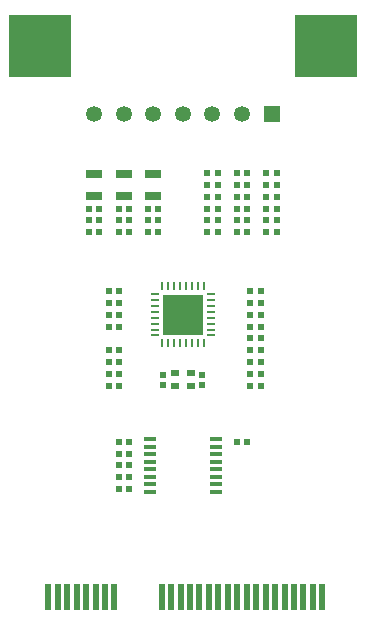
<source format=gbr>
%TF.GenerationSoftware,Altium Limited,Altium Designer,22.1.2 (22)*%
G04 Layer_Color=255*
%FSLAX26Y26*%
%MOIN*%
%TF.SameCoordinates,E27AF617-6D1A-405A-B533-5A9FBCB34AAC*%
%TF.FilePolarity,Positive*%
%TF.FileFunction,Pads,Bot*%
%TF.Part,Single*%
G01*
G75*
%TA.AperFunction,ConnectorPad*%
%ADD11R,0.023622X0.090551*%
%TA.AperFunction,SMDPad,CuDef*%
%ADD12R,0.018504X0.020472*%
%TA.AperFunction,ComponentPad*%
%ADD14C,0.053150*%
%ADD15R,0.053150X0.053150*%
%TA.AperFunction,ViaPad*%
%ADD16R,0.208661X0.208661*%
%TA.AperFunction,SMDPad,CuDef*%
%ADD19R,0.039370X0.015748*%
%ADD20R,0.135827X0.135827*%
%ADD21R,0.009842X0.027559*%
%ADD22R,0.027559X0.009842*%
%ADD23R,0.027559X0.023622*%
%ADD24R,0.020472X0.018504*%
%ADD25R,0.055118X0.027559*%
D11*
X-448819Y55118D02*
D03*
X-417323D02*
D03*
X-385827D02*
D03*
X-354331D02*
D03*
X-322835D02*
D03*
X-291339D02*
D03*
X-259842D02*
D03*
X-228346D02*
D03*
X-70866D02*
D03*
X-39370D02*
D03*
X-7874D02*
D03*
X23622D02*
D03*
X55118D02*
D03*
X86614D02*
D03*
X118110D02*
D03*
X149606D02*
D03*
X181102D02*
D03*
X212598D02*
D03*
X244095D02*
D03*
X275591D02*
D03*
X307087D02*
D03*
X338583D02*
D03*
X370079D02*
D03*
X401575D02*
D03*
X433071D02*
D03*
X464567D02*
D03*
D12*
X179921Y570866D02*
D03*
X213780D02*
D03*
X-179921D02*
D03*
X-213780D02*
D03*
Y452756D02*
D03*
X-179921D02*
D03*
Y492126D02*
D03*
X-213780D02*
D03*
Y413386D02*
D03*
X-179921D02*
D03*
Y531496D02*
D03*
X-213780D02*
D03*
X-278346Y1269685D02*
D03*
X-312205D02*
D03*
X81496Y1427165D02*
D03*
X115354D02*
D03*
X81496Y1348425D02*
D03*
X115354D02*
D03*
X179921D02*
D03*
X213780D02*
D03*
X278346D02*
D03*
X312205D02*
D03*
X-312205Y1309055D02*
D03*
X-278346D02*
D03*
X-213780D02*
D03*
X-179921D02*
D03*
X-115355Y1348425D02*
D03*
X-81496D02*
D03*
X-213780D02*
D03*
X-179922D02*
D03*
X-115355Y1309055D02*
D03*
X-81496D02*
D03*
X-312205Y1348425D02*
D03*
X-278347D02*
D03*
X312205Y1387795D02*
D03*
X278346D02*
D03*
X278346Y1309055D02*
D03*
X312204D02*
D03*
X179921Y1269685D02*
D03*
X213780D02*
D03*
X-247244Y1033465D02*
D03*
X-213386D02*
D03*
X278346Y1269685D02*
D03*
X312205D02*
D03*
X179921Y1309055D02*
D03*
X213780D02*
D03*
X-247244Y757874D02*
D03*
X-213386D02*
D03*
X-247244Y797244D02*
D03*
X-213386D02*
D03*
X115354Y1387795D02*
D03*
X81496D02*
D03*
X213780D02*
D03*
X179921D02*
D03*
X81496Y1269685D02*
D03*
X115354D02*
D03*
X81496Y1309055D02*
D03*
X115354D02*
D03*
X259055Y836614D02*
D03*
X225197D02*
D03*
X259055Y915354D02*
D03*
X225197D02*
D03*
Y875984D02*
D03*
X259055D02*
D03*
X-247244Y994094D02*
D03*
X-213386D02*
D03*
X259055Y757874D02*
D03*
X225197D02*
D03*
X-213386Y836614D02*
D03*
X-247244D02*
D03*
X225197Y994094D02*
D03*
X259055D02*
D03*
X225197Y1072835D02*
D03*
X259055D02*
D03*
X-247244Y954724D02*
D03*
X-213386D02*
D03*
X259055Y797244D02*
D03*
X225197D02*
D03*
X259055Y1033465D02*
D03*
X225197D02*
D03*
X259055Y954724D02*
D03*
X225197D02*
D03*
X-247244Y875984D02*
D03*
X-213386D02*
D03*
X-81496Y1269685D02*
D03*
X-115355D02*
D03*
X-213780D02*
D03*
X-179921D02*
D03*
X-213386Y1072835D02*
D03*
X-247244D02*
D03*
X115354Y1466535D02*
D03*
X81496D02*
D03*
X213780D02*
D03*
X179921D02*
D03*
X312205D02*
D03*
X278346D02*
D03*
X278347Y1427165D02*
D03*
X312205D02*
D03*
X179921D02*
D03*
X213780D02*
D03*
D14*
X-295276Y1663386D02*
D03*
X-196850D02*
D03*
X-98425D02*
D03*
X0D02*
D03*
X98425D02*
D03*
X196850D02*
D03*
D15*
X295276D02*
D03*
D16*
X-476378Y1891732D02*
D03*
X476378D02*
D03*
D19*
X-110236Y504626D02*
D03*
Y529646D02*
D03*
Y554646D02*
D03*
Y479606D02*
D03*
Y454606D02*
D03*
Y429606D02*
D03*
Y404606D02*
D03*
Y579646D02*
D03*
X110236Y504626D02*
D03*
Y529646D02*
D03*
Y554646D02*
D03*
Y479606D02*
D03*
Y454606D02*
D03*
Y429606D02*
D03*
Y404606D02*
D03*
Y579646D02*
D03*
D20*
X0Y994095D02*
D03*
D21*
X-68898Y1088583D02*
D03*
X-49213D02*
D03*
X-29528D02*
D03*
X-9842D02*
D03*
X9842D02*
D03*
X29528D02*
D03*
X49213D02*
D03*
X68898D02*
D03*
Y899606D02*
D03*
X49213D02*
D03*
X29528D02*
D03*
X9842D02*
D03*
X-9842D02*
D03*
X-29528D02*
D03*
X-49213D02*
D03*
X-68898D02*
D03*
D22*
X94488Y1062992D02*
D03*
Y1043307D02*
D03*
Y1023622D02*
D03*
Y1003937D02*
D03*
Y984252D02*
D03*
Y964567D02*
D03*
Y944882D02*
D03*
Y925197D02*
D03*
X-94488D02*
D03*
Y944882D02*
D03*
Y964567D02*
D03*
Y984252D02*
D03*
Y1003937D02*
D03*
Y1023622D02*
D03*
Y1043307D02*
D03*
Y1062992D02*
D03*
D23*
X27559Y755905D02*
D03*
X-27559D02*
D03*
Y799212D02*
D03*
X27559D02*
D03*
D24*
X64961Y794488D02*
D03*
Y760630D02*
D03*
X-64961D02*
D03*
Y794488D02*
D03*
D25*
X-295276Y1390354D02*
D03*
Y1463976D02*
D03*
X-196851Y1390354D02*
D03*
Y1463976D02*
D03*
X-98425Y1390354D02*
D03*
Y1463976D02*
D03*
%TF.MD5,f827f713352191b8c4bb38de07bf7922*%
M02*

</source>
